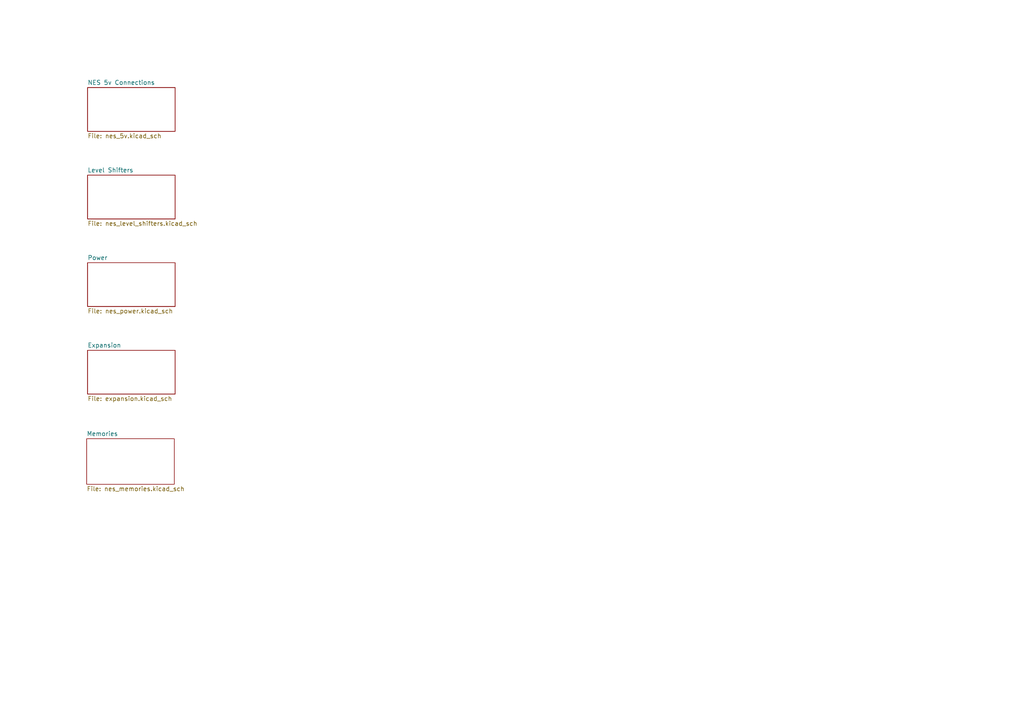
<source format=kicad_sch>
(kicad_sch
	(version 20231120)
	(generator "eeschema")
	(generator_version "8.0")
	(uuid "6cc8353f-c8fc-4c13-835e-8a542744bbc5")
	(paper "A4")
	(lib_symbols)
	(sheet
		(at 25.4 101.6)
		(size 25.4 12.7)
		(fields_autoplaced yes)
		(stroke
			(width 0.1524)
			(type solid)
		)
		(fill
			(color 0 0 0 0.0000)
		)
		(uuid "3867f33f-06d6-4eb6-a706-eb602ff984b4")
		(property "Sheetname" "Expansion"
			(at 25.4 100.8884 0)
			(effects
				(font
					(size 1.27 1.27)
				)
				(justify left bottom)
			)
		)
		(property "Sheetfile" "expansion.kicad_sch"
			(at 25.4 114.8846 0)
			(effects
				(font
					(size 1.27 1.27)
				)
				(justify left top)
			)
		)
		(instances
			(project "nes2"
				(path "/6cc8353f-c8fc-4c13-835e-8a542744bbc5"
					(page "5")
				)
			)
		)
	)
	(sheet
		(at 25.146 127.254)
		(size 25.4 13.208)
		(fields_autoplaced yes)
		(stroke
			(width 0.1524)
			(type solid)
		)
		(fill
			(color 0 0 0 0.0000)
		)
		(uuid "c08f5b2d-a247-414f-ba8b-0413bd0af028")
		(property "Sheetname" "Memories"
			(at 25.146 126.5424 0)
			(effects
				(font
					(size 1.27 1.27)
				)
				(justify left bottom)
			)
		)
		(property "Sheetfile" "nes_memories.kicad_sch"
			(at 25.146 141.0466 0)
			(effects
				(font
					(size 1.27 1.27)
				)
				(justify left top)
			)
		)
		(instances
			(project "nes2"
				(path "/6cc8353f-c8fc-4c13-835e-8a542744bbc5"
					(page "6")
				)
			)
		)
	)
	(sheet
		(at 25.4 50.8)
		(size 25.4 12.7)
		(fields_autoplaced yes)
		(stroke
			(width 0.1524)
			(type solid)
		)
		(fill
			(color 0 0 0 0.0000)
		)
		(uuid "e67265b9-567f-47f6-9788-0882413583e3")
		(property "Sheetname" "Level Shifters"
			(at 25.4 50.0884 0)
			(effects
				(font
					(size 1.27 1.27)
				)
				(justify left bottom)
			)
		)
		(property "Sheetfile" "nes_level_shifters.kicad_sch"
			(at 25.4 64.0846 0)
			(effects
				(font
					(size 1.27 1.27)
				)
				(justify left top)
			)
		)
		(instances
			(project "nes2"
				(path "/6cc8353f-c8fc-4c13-835e-8a542744bbc5"
					(page "3")
				)
			)
		)
	)
	(sheet
		(at 25.4 76.2)
		(size 25.4 12.7)
		(fields_autoplaced yes)
		(stroke
			(width 0.1524)
			(type solid)
		)
		(fill
			(color 0 0 0 0.0000)
		)
		(uuid "ef2eec09-a71f-478b-b34a-3fc33df61ec2")
		(property "Sheetname" "Power"
			(at 25.4 75.4884 0)
			(effects
				(font
					(size 1.27 1.27)
				)
				(justify left bottom)
			)
		)
		(property "Sheetfile" "nes_power.kicad_sch"
			(at 25.4 89.4846 0)
			(effects
				(font
					(size 1.27 1.27)
				)
				(justify left top)
			)
		)
		(instances
			(project "nes2"
				(path "/6cc8353f-c8fc-4c13-835e-8a542744bbc5"
					(page "4")
				)
			)
		)
	)
	(sheet
		(at 25.4 25.4)
		(size 25.4 12.7)
		(fields_autoplaced yes)
		(stroke
			(width 0.1524)
			(type solid)
		)
		(fill
			(color 0 0 0 0.0000)
		)
		(uuid "f7783296-8234-4b14-8373-0d61a035e430")
		(property "Sheetname" "NES 5v Connections"
			(at 25.4 24.6884 0)
			(effects
				(font
					(size 1.27 1.27)
				)
				(justify left bottom)
			)
		)
		(property "Sheetfile" "nes_5v.kicad_sch"
			(at 25.4 38.6846 0)
			(effects
				(font
					(size 1.27 1.27)
				)
				(justify left top)
			)
		)
		(instances
			(project "nes2"
				(path "/6cc8353f-c8fc-4c13-835e-8a542744bbc5"
					(page "2")
				)
			)
		)
	)
	(sheet_instances
		(path "/"
			(page "1")
		)
	)
)
</source>
